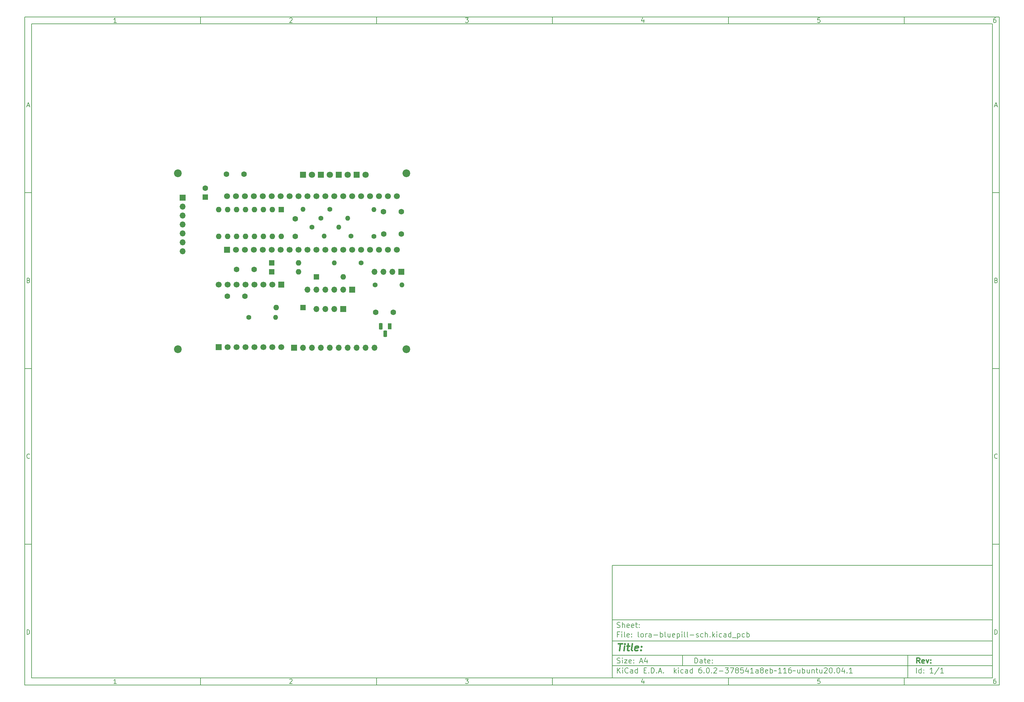
<source format=gbr>
%TF.GenerationSoftware,KiCad,Pcbnew,6.0.2-378541a8eb~116~ubuntu20.04.1*%
%TF.CreationDate,2022-11-16T14:33:25-03:00*%
%TF.ProjectId,lora-bluepill-sch,6c6f7261-2d62-46c7-9565-70696c6c2d73,rev?*%
%TF.SameCoordinates,Original*%
%TF.FileFunction,Soldermask,Top*%
%TF.FilePolarity,Negative*%
%FSLAX46Y46*%
G04 Gerber Fmt 4.6, Leading zero omitted, Abs format (unit mm)*
G04 Created by KiCad (PCBNEW 6.0.2-378541a8eb~116~ubuntu20.04.1) date 2022-11-16 14:33:25*
%MOMM*%
%LPD*%
G01*
G04 APERTURE LIST*
G04 Aperture macros list*
%AMRoundRect*
0 Rectangle with rounded corners*
0 $1 Rounding radius*
0 $2 $3 $4 $5 $6 $7 $8 $9 X,Y pos of 4 corners*
0 Add a 4 corners polygon primitive as box body*
4,1,4,$2,$3,$4,$5,$6,$7,$8,$9,$2,$3,0*
0 Add four circle primitives for the rounded corners*
1,1,$1+$1,$2,$3*
1,1,$1+$1,$4,$5*
1,1,$1+$1,$6,$7*
1,1,$1+$1,$8,$9*
0 Add four rect primitives between the rounded corners*
20,1,$1+$1,$2,$3,$4,$5,0*
20,1,$1+$1,$4,$5,$6,$7,0*
20,1,$1+$1,$6,$7,$8,$9,0*
20,1,$1+$1,$8,$9,$2,$3,0*%
G04 Aperture macros list end*
%ADD10C,0.100000*%
%ADD11C,0.150000*%
%ADD12C,0.300000*%
%ADD13C,0.400000*%
%ADD14R,1.600000X1.600000*%
%ADD15O,1.600000X1.600000*%
%ADD16R,1.700000X1.700000*%
%ADD17O,1.700000X1.700000*%
%ADD18C,1.600000*%
%ADD19C,1.400000*%
%ADD20O,1.400000X1.400000*%
%ADD21C,1.700000*%
%ADD22C,2.200000*%
%ADD23C,1.800000*%
%ADD24R,1.800000X1.800000*%
%ADD25R,1.100000X1.800000*%
%ADD26RoundRect,0.275000X0.275000X0.625000X-0.275000X0.625000X-0.275000X-0.625000X0.275000X-0.625000X0*%
G04 APERTURE END LIST*
D10*
D11*
X177002200Y-166007200D02*
X177002200Y-198007200D01*
X285002200Y-198007200D01*
X285002200Y-166007200D01*
X177002200Y-166007200D01*
D10*
D11*
X10000000Y-10000000D02*
X10000000Y-200007200D01*
X287002200Y-200007200D01*
X287002200Y-10000000D01*
X10000000Y-10000000D01*
D10*
D11*
X12000000Y-12000000D02*
X12000000Y-198007200D01*
X285002200Y-198007200D01*
X285002200Y-12000000D01*
X12000000Y-12000000D01*
D10*
D11*
X60000000Y-12000000D02*
X60000000Y-10000000D01*
D10*
D11*
X110000000Y-12000000D02*
X110000000Y-10000000D01*
D10*
D11*
X160000000Y-12000000D02*
X160000000Y-10000000D01*
D10*
D11*
X210000000Y-12000000D02*
X210000000Y-10000000D01*
D10*
D11*
X260000000Y-12000000D02*
X260000000Y-10000000D01*
D10*
D11*
X36065476Y-11588095D02*
X35322619Y-11588095D01*
X35694047Y-11588095D02*
X35694047Y-10288095D01*
X35570238Y-10473809D01*
X35446428Y-10597619D01*
X35322619Y-10659523D01*
D10*
D11*
X85322619Y-10411904D02*
X85384523Y-10350000D01*
X85508333Y-10288095D01*
X85817857Y-10288095D01*
X85941666Y-10350000D01*
X86003571Y-10411904D01*
X86065476Y-10535714D01*
X86065476Y-10659523D01*
X86003571Y-10845238D01*
X85260714Y-11588095D01*
X86065476Y-11588095D01*
D10*
D11*
X135260714Y-10288095D02*
X136065476Y-10288095D01*
X135632142Y-10783333D01*
X135817857Y-10783333D01*
X135941666Y-10845238D01*
X136003571Y-10907142D01*
X136065476Y-11030952D01*
X136065476Y-11340476D01*
X136003571Y-11464285D01*
X135941666Y-11526190D01*
X135817857Y-11588095D01*
X135446428Y-11588095D01*
X135322619Y-11526190D01*
X135260714Y-11464285D01*
D10*
D11*
X185941666Y-10721428D02*
X185941666Y-11588095D01*
X185632142Y-10226190D02*
X185322619Y-11154761D01*
X186127380Y-11154761D01*
D10*
D11*
X236003571Y-10288095D02*
X235384523Y-10288095D01*
X235322619Y-10907142D01*
X235384523Y-10845238D01*
X235508333Y-10783333D01*
X235817857Y-10783333D01*
X235941666Y-10845238D01*
X236003571Y-10907142D01*
X236065476Y-11030952D01*
X236065476Y-11340476D01*
X236003571Y-11464285D01*
X235941666Y-11526190D01*
X235817857Y-11588095D01*
X235508333Y-11588095D01*
X235384523Y-11526190D01*
X235322619Y-11464285D01*
D10*
D11*
X285941666Y-10288095D02*
X285694047Y-10288095D01*
X285570238Y-10350000D01*
X285508333Y-10411904D01*
X285384523Y-10597619D01*
X285322619Y-10845238D01*
X285322619Y-11340476D01*
X285384523Y-11464285D01*
X285446428Y-11526190D01*
X285570238Y-11588095D01*
X285817857Y-11588095D01*
X285941666Y-11526190D01*
X286003571Y-11464285D01*
X286065476Y-11340476D01*
X286065476Y-11030952D01*
X286003571Y-10907142D01*
X285941666Y-10845238D01*
X285817857Y-10783333D01*
X285570238Y-10783333D01*
X285446428Y-10845238D01*
X285384523Y-10907142D01*
X285322619Y-11030952D01*
D10*
D11*
X60000000Y-198007200D02*
X60000000Y-200007200D01*
D10*
D11*
X110000000Y-198007200D02*
X110000000Y-200007200D01*
D10*
D11*
X160000000Y-198007200D02*
X160000000Y-200007200D01*
D10*
D11*
X210000000Y-198007200D02*
X210000000Y-200007200D01*
D10*
D11*
X260000000Y-198007200D02*
X260000000Y-200007200D01*
D10*
D11*
X36065476Y-199595295D02*
X35322619Y-199595295D01*
X35694047Y-199595295D02*
X35694047Y-198295295D01*
X35570238Y-198481009D01*
X35446428Y-198604819D01*
X35322619Y-198666723D01*
D10*
D11*
X85322619Y-198419104D02*
X85384523Y-198357200D01*
X85508333Y-198295295D01*
X85817857Y-198295295D01*
X85941666Y-198357200D01*
X86003571Y-198419104D01*
X86065476Y-198542914D01*
X86065476Y-198666723D01*
X86003571Y-198852438D01*
X85260714Y-199595295D01*
X86065476Y-199595295D01*
D10*
D11*
X135260714Y-198295295D02*
X136065476Y-198295295D01*
X135632142Y-198790533D01*
X135817857Y-198790533D01*
X135941666Y-198852438D01*
X136003571Y-198914342D01*
X136065476Y-199038152D01*
X136065476Y-199347676D01*
X136003571Y-199471485D01*
X135941666Y-199533390D01*
X135817857Y-199595295D01*
X135446428Y-199595295D01*
X135322619Y-199533390D01*
X135260714Y-199471485D01*
D10*
D11*
X185941666Y-198728628D02*
X185941666Y-199595295D01*
X185632142Y-198233390D02*
X185322619Y-199161961D01*
X186127380Y-199161961D01*
D10*
D11*
X236003571Y-198295295D02*
X235384523Y-198295295D01*
X235322619Y-198914342D01*
X235384523Y-198852438D01*
X235508333Y-198790533D01*
X235817857Y-198790533D01*
X235941666Y-198852438D01*
X236003571Y-198914342D01*
X236065476Y-199038152D01*
X236065476Y-199347676D01*
X236003571Y-199471485D01*
X235941666Y-199533390D01*
X235817857Y-199595295D01*
X235508333Y-199595295D01*
X235384523Y-199533390D01*
X235322619Y-199471485D01*
D10*
D11*
X285941666Y-198295295D02*
X285694047Y-198295295D01*
X285570238Y-198357200D01*
X285508333Y-198419104D01*
X285384523Y-198604819D01*
X285322619Y-198852438D01*
X285322619Y-199347676D01*
X285384523Y-199471485D01*
X285446428Y-199533390D01*
X285570238Y-199595295D01*
X285817857Y-199595295D01*
X285941666Y-199533390D01*
X286003571Y-199471485D01*
X286065476Y-199347676D01*
X286065476Y-199038152D01*
X286003571Y-198914342D01*
X285941666Y-198852438D01*
X285817857Y-198790533D01*
X285570238Y-198790533D01*
X285446428Y-198852438D01*
X285384523Y-198914342D01*
X285322619Y-199038152D01*
D10*
D11*
X10000000Y-60000000D02*
X12000000Y-60000000D01*
D10*
D11*
X10000000Y-110000000D02*
X12000000Y-110000000D01*
D10*
D11*
X10000000Y-160000000D02*
X12000000Y-160000000D01*
D10*
D11*
X10690476Y-35216666D02*
X11309523Y-35216666D01*
X10566666Y-35588095D02*
X11000000Y-34288095D01*
X11433333Y-35588095D01*
D10*
D11*
X11092857Y-84907142D02*
X11278571Y-84969047D01*
X11340476Y-85030952D01*
X11402380Y-85154761D01*
X11402380Y-85340476D01*
X11340476Y-85464285D01*
X11278571Y-85526190D01*
X11154761Y-85588095D01*
X10659523Y-85588095D01*
X10659523Y-84288095D01*
X11092857Y-84288095D01*
X11216666Y-84350000D01*
X11278571Y-84411904D01*
X11340476Y-84535714D01*
X11340476Y-84659523D01*
X11278571Y-84783333D01*
X11216666Y-84845238D01*
X11092857Y-84907142D01*
X10659523Y-84907142D01*
D10*
D11*
X11402380Y-135464285D02*
X11340476Y-135526190D01*
X11154761Y-135588095D01*
X11030952Y-135588095D01*
X10845238Y-135526190D01*
X10721428Y-135402380D01*
X10659523Y-135278571D01*
X10597619Y-135030952D01*
X10597619Y-134845238D01*
X10659523Y-134597619D01*
X10721428Y-134473809D01*
X10845238Y-134350000D01*
X11030952Y-134288095D01*
X11154761Y-134288095D01*
X11340476Y-134350000D01*
X11402380Y-134411904D01*
D10*
D11*
X10659523Y-185588095D02*
X10659523Y-184288095D01*
X10969047Y-184288095D01*
X11154761Y-184350000D01*
X11278571Y-184473809D01*
X11340476Y-184597619D01*
X11402380Y-184845238D01*
X11402380Y-185030952D01*
X11340476Y-185278571D01*
X11278571Y-185402380D01*
X11154761Y-185526190D01*
X10969047Y-185588095D01*
X10659523Y-185588095D01*
D10*
D11*
X287002200Y-60000000D02*
X285002200Y-60000000D01*
D10*
D11*
X287002200Y-110000000D02*
X285002200Y-110000000D01*
D10*
D11*
X287002200Y-160000000D02*
X285002200Y-160000000D01*
D10*
D11*
X285692676Y-35216666D02*
X286311723Y-35216666D01*
X285568866Y-35588095D02*
X286002200Y-34288095D01*
X286435533Y-35588095D01*
D10*
D11*
X286095057Y-84907142D02*
X286280771Y-84969047D01*
X286342676Y-85030952D01*
X286404580Y-85154761D01*
X286404580Y-85340476D01*
X286342676Y-85464285D01*
X286280771Y-85526190D01*
X286156961Y-85588095D01*
X285661723Y-85588095D01*
X285661723Y-84288095D01*
X286095057Y-84288095D01*
X286218866Y-84350000D01*
X286280771Y-84411904D01*
X286342676Y-84535714D01*
X286342676Y-84659523D01*
X286280771Y-84783333D01*
X286218866Y-84845238D01*
X286095057Y-84907142D01*
X285661723Y-84907142D01*
D10*
D11*
X286404580Y-135464285D02*
X286342676Y-135526190D01*
X286156961Y-135588095D01*
X286033152Y-135588095D01*
X285847438Y-135526190D01*
X285723628Y-135402380D01*
X285661723Y-135278571D01*
X285599819Y-135030952D01*
X285599819Y-134845238D01*
X285661723Y-134597619D01*
X285723628Y-134473809D01*
X285847438Y-134350000D01*
X286033152Y-134288095D01*
X286156961Y-134288095D01*
X286342676Y-134350000D01*
X286404580Y-134411904D01*
D10*
D11*
X285661723Y-185588095D02*
X285661723Y-184288095D01*
X285971247Y-184288095D01*
X286156961Y-184350000D01*
X286280771Y-184473809D01*
X286342676Y-184597619D01*
X286404580Y-184845238D01*
X286404580Y-185030952D01*
X286342676Y-185278571D01*
X286280771Y-185402380D01*
X286156961Y-185526190D01*
X285971247Y-185588095D01*
X285661723Y-185588095D01*
D10*
D11*
X200434342Y-193785771D02*
X200434342Y-192285771D01*
X200791485Y-192285771D01*
X201005771Y-192357200D01*
X201148628Y-192500057D01*
X201220057Y-192642914D01*
X201291485Y-192928628D01*
X201291485Y-193142914D01*
X201220057Y-193428628D01*
X201148628Y-193571485D01*
X201005771Y-193714342D01*
X200791485Y-193785771D01*
X200434342Y-193785771D01*
X202577200Y-193785771D02*
X202577200Y-193000057D01*
X202505771Y-192857200D01*
X202362914Y-192785771D01*
X202077200Y-192785771D01*
X201934342Y-192857200D01*
X202577200Y-193714342D02*
X202434342Y-193785771D01*
X202077200Y-193785771D01*
X201934342Y-193714342D01*
X201862914Y-193571485D01*
X201862914Y-193428628D01*
X201934342Y-193285771D01*
X202077200Y-193214342D01*
X202434342Y-193214342D01*
X202577200Y-193142914D01*
X203077200Y-192785771D02*
X203648628Y-192785771D01*
X203291485Y-192285771D02*
X203291485Y-193571485D01*
X203362914Y-193714342D01*
X203505771Y-193785771D01*
X203648628Y-193785771D01*
X204720057Y-193714342D02*
X204577200Y-193785771D01*
X204291485Y-193785771D01*
X204148628Y-193714342D01*
X204077200Y-193571485D01*
X204077200Y-193000057D01*
X204148628Y-192857200D01*
X204291485Y-192785771D01*
X204577200Y-192785771D01*
X204720057Y-192857200D01*
X204791485Y-193000057D01*
X204791485Y-193142914D01*
X204077200Y-193285771D01*
X205434342Y-193642914D02*
X205505771Y-193714342D01*
X205434342Y-193785771D01*
X205362914Y-193714342D01*
X205434342Y-193642914D01*
X205434342Y-193785771D01*
X205434342Y-192857200D02*
X205505771Y-192928628D01*
X205434342Y-193000057D01*
X205362914Y-192928628D01*
X205434342Y-192857200D01*
X205434342Y-193000057D01*
D10*
D11*
X177002200Y-194507200D02*
X285002200Y-194507200D01*
D10*
D11*
X178434342Y-196585771D02*
X178434342Y-195085771D01*
X179291485Y-196585771D02*
X178648628Y-195728628D01*
X179291485Y-195085771D02*
X178434342Y-195942914D01*
X179934342Y-196585771D02*
X179934342Y-195585771D01*
X179934342Y-195085771D02*
X179862914Y-195157200D01*
X179934342Y-195228628D01*
X180005771Y-195157200D01*
X179934342Y-195085771D01*
X179934342Y-195228628D01*
X181505771Y-196442914D02*
X181434342Y-196514342D01*
X181220057Y-196585771D01*
X181077200Y-196585771D01*
X180862914Y-196514342D01*
X180720057Y-196371485D01*
X180648628Y-196228628D01*
X180577200Y-195942914D01*
X180577200Y-195728628D01*
X180648628Y-195442914D01*
X180720057Y-195300057D01*
X180862914Y-195157200D01*
X181077200Y-195085771D01*
X181220057Y-195085771D01*
X181434342Y-195157200D01*
X181505771Y-195228628D01*
X182791485Y-196585771D02*
X182791485Y-195800057D01*
X182720057Y-195657200D01*
X182577200Y-195585771D01*
X182291485Y-195585771D01*
X182148628Y-195657200D01*
X182791485Y-196514342D02*
X182648628Y-196585771D01*
X182291485Y-196585771D01*
X182148628Y-196514342D01*
X182077200Y-196371485D01*
X182077200Y-196228628D01*
X182148628Y-196085771D01*
X182291485Y-196014342D01*
X182648628Y-196014342D01*
X182791485Y-195942914D01*
X184148628Y-196585771D02*
X184148628Y-195085771D01*
X184148628Y-196514342D02*
X184005771Y-196585771D01*
X183720057Y-196585771D01*
X183577200Y-196514342D01*
X183505771Y-196442914D01*
X183434342Y-196300057D01*
X183434342Y-195871485D01*
X183505771Y-195728628D01*
X183577200Y-195657200D01*
X183720057Y-195585771D01*
X184005771Y-195585771D01*
X184148628Y-195657200D01*
X186005771Y-195800057D02*
X186505771Y-195800057D01*
X186720057Y-196585771D02*
X186005771Y-196585771D01*
X186005771Y-195085771D01*
X186720057Y-195085771D01*
X187362914Y-196442914D02*
X187434342Y-196514342D01*
X187362914Y-196585771D01*
X187291485Y-196514342D01*
X187362914Y-196442914D01*
X187362914Y-196585771D01*
X188077200Y-196585771D02*
X188077200Y-195085771D01*
X188434342Y-195085771D01*
X188648628Y-195157200D01*
X188791485Y-195300057D01*
X188862914Y-195442914D01*
X188934342Y-195728628D01*
X188934342Y-195942914D01*
X188862914Y-196228628D01*
X188791485Y-196371485D01*
X188648628Y-196514342D01*
X188434342Y-196585771D01*
X188077200Y-196585771D01*
X189577200Y-196442914D02*
X189648628Y-196514342D01*
X189577200Y-196585771D01*
X189505771Y-196514342D01*
X189577200Y-196442914D01*
X189577200Y-196585771D01*
X190220057Y-196157200D02*
X190934342Y-196157200D01*
X190077200Y-196585771D02*
X190577200Y-195085771D01*
X191077200Y-196585771D01*
X191577200Y-196442914D02*
X191648628Y-196514342D01*
X191577200Y-196585771D01*
X191505771Y-196514342D01*
X191577200Y-196442914D01*
X191577200Y-196585771D01*
X194577200Y-196585771D02*
X194577200Y-195085771D01*
X194720057Y-196014342D02*
X195148628Y-196585771D01*
X195148628Y-195585771D02*
X194577200Y-196157200D01*
X195791485Y-196585771D02*
X195791485Y-195585771D01*
X195791485Y-195085771D02*
X195720057Y-195157200D01*
X195791485Y-195228628D01*
X195862914Y-195157200D01*
X195791485Y-195085771D01*
X195791485Y-195228628D01*
X197148628Y-196514342D02*
X197005771Y-196585771D01*
X196720057Y-196585771D01*
X196577200Y-196514342D01*
X196505771Y-196442914D01*
X196434342Y-196300057D01*
X196434342Y-195871485D01*
X196505771Y-195728628D01*
X196577200Y-195657200D01*
X196720057Y-195585771D01*
X197005771Y-195585771D01*
X197148628Y-195657200D01*
X198434342Y-196585771D02*
X198434342Y-195800057D01*
X198362914Y-195657200D01*
X198220057Y-195585771D01*
X197934342Y-195585771D01*
X197791485Y-195657200D01*
X198434342Y-196514342D02*
X198291485Y-196585771D01*
X197934342Y-196585771D01*
X197791485Y-196514342D01*
X197720057Y-196371485D01*
X197720057Y-196228628D01*
X197791485Y-196085771D01*
X197934342Y-196014342D01*
X198291485Y-196014342D01*
X198434342Y-195942914D01*
X199791485Y-196585771D02*
X199791485Y-195085771D01*
X199791485Y-196514342D02*
X199648628Y-196585771D01*
X199362914Y-196585771D01*
X199220057Y-196514342D01*
X199148628Y-196442914D01*
X199077200Y-196300057D01*
X199077200Y-195871485D01*
X199148628Y-195728628D01*
X199220057Y-195657200D01*
X199362914Y-195585771D01*
X199648628Y-195585771D01*
X199791485Y-195657200D01*
X202291485Y-195085771D02*
X202005771Y-195085771D01*
X201862914Y-195157200D01*
X201791485Y-195228628D01*
X201648628Y-195442914D01*
X201577200Y-195728628D01*
X201577200Y-196300057D01*
X201648628Y-196442914D01*
X201720057Y-196514342D01*
X201862914Y-196585771D01*
X202148628Y-196585771D01*
X202291485Y-196514342D01*
X202362914Y-196442914D01*
X202434342Y-196300057D01*
X202434342Y-195942914D01*
X202362914Y-195800057D01*
X202291485Y-195728628D01*
X202148628Y-195657200D01*
X201862914Y-195657200D01*
X201720057Y-195728628D01*
X201648628Y-195800057D01*
X201577200Y-195942914D01*
X203077200Y-196442914D02*
X203148628Y-196514342D01*
X203077200Y-196585771D01*
X203005771Y-196514342D01*
X203077200Y-196442914D01*
X203077200Y-196585771D01*
X204077200Y-195085771D02*
X204220057Y-195085771D01*
X204362914Y-195157200D01*
X204434342Y-195228628D01*
X204505771Y-195371485D01*
X204577200Y-195657200D01*
X204577200Y-196014342D01*
X204505771Y-196300057D01*
X204434342Y-196442914D01*
X204362914Y-196514342D01*
X204220057Y-196585771D01*
X204077200Y-196585771D01*
X203934342Y-196514342D01*
X203862914Y-196442914D01*
X203791485Y-196300057D01*
X203720057Y-196014342D01*
X203720057Y-195657200D01*
X203791485Y-195371485D01*
X203862914Y-195228628D01*
X203934342Y-195157200D01*
X204077200Y-195085771D01*
X205220057Y-196442914D02*
X205291485Y-196514342D01*
X205220057Y-196585771D01*
X205148628Y-196514342D01*
X205220057Y-196442914D01*
X205220057Y-196585771D01*
X205862914Y-195228628D02*
X205934342Y-195157200D01*
X206077200Y-195085771D01*
X206434342Y-195085771D01*
X206577200Y-195157200D01*
X206648628Y-195228628D01*
X206720057Y-195371485D01*
X206720057Y-195514342D01*
X206648628Y-195728628D01*
X205791485Y-196585771D01*
X206720057Y-196585771D01*
X207362914Y-196014342D02*
X208505771Y-196014342D01*
X209077200Y-195085771D02*
X210005771Y-195085771D01*
X209505771Y-195657200D01*
X209720057Y-195657200D01*
X209862914Y-195728628D01*
X209934342Y-195800057D01*
X210005771Y-195942914D01*
X210005771Y-196300057D01*
X209934342Y-196442914D01*
X209862914Y-196514342D01*
X209720057Y-196585771D01*
X209291485Y-196585771D01*
X209148628Y-196514342D01*
X209077200Y-196442914D01*
X210505771Y-195085771D02*
X211505771Y-195085771D01*
X210862914Y-196585771D01*
X212291485Y-195728628D02*
X212148628Y-195657200D01*
X212077200Y-195585771D01*
X212005771Y-195442914D01*
X212005771Y-195371485D01*
X212077200Y-195228628D01*
X212148628Y-195157200D01*
X212291485Y-195085771D01*
X212577200Y-195085771D01*
X212720057Y-195157200D01*
X212791485Y-195228628D01*
X212862914Y-195371485D01*
X212862914Y-195442914D01*
X212791485Y-195585771D01*
X212720057Y-195657200D01*
X212577200Y-195728628D01*
X212291485Y-195728628D01*
X212148628Y-195800057D01*
X212077200Y-195871485D01*
X212005771Y-196014342D01*
X212005771Y-196300057D01*
X212077200Y-196442914D01*
X212148628Y-196514342D01*
X212291485Y-196585771D01*
X212577200Y-196585771D01*
X212720057Y-196514342D01*
X212791485Y-196442914D01*
X212862914Y-196300057D01*
X212862914Y-196014342D01*
X212791485Y-195871485D01*
X212720057Y-195800057D01*
X212577200Y-195728628D01*
X214220057Y-195085771D02*
X213505771Y-195085771D01*
X213434342Y-195800057D01*
X213505771Y-195728628D01*
X213648628Y-195657200D01*
X214005771Y-195657200D01*
X214148628Y-195728628D01*
X214220057Y-195800057D01*
X214291485Y-195942914D01*
X214291485Y-196300057D01*
X214220057Y-196442914D01*
X214148628Y-196514342D01*
X214005771Y-196585771D01*
X213648628Y-196585771D01*
X213505771Y-196514342D01*
X213434342Y-196442914D01*
X215577200Y-195585771D02*
X215577200Y-196585771D01*
X215220057Y-195014342D02*
X214862914Y-196085771D01*
X215791485Y-196085771D01*
X217148628Y-196585771D02*
X216291485Y-196585771D01*
X216720057Y-196585771D02*
X216720057Y-195085771D01*
X216577200Y-195300057D01*
X216434342Y-195442914D01*
X216291485Y-195514342D01*
X218434342Y-196585771D02*
X218434342Y-195800057D01*
X218362914Y-195657200D01*
X218220057Y-195585771D01*
X217934342Y-195585771D01*
X217791485Y-195657200D01*
X218434342Y-196514342D02*
X218291485Y-196585771D01*
X217934342Y-196585771D01*
X217791485Y-196514342D01*
X217720057Y-196371485D01*
X217720057Y-196228628D01*
X217791485Y-196085771D01*
X217934342Y-196014342D01*
X218291485Y-196014342D01*
X218434342Y-195942914D01*
X219362914Y-195728628D02*
X219220057Y-195657200D01*
X219148628Y-195585771D01*
X219077200Y-195442914D01*
X219077200Y-195371485D01*
X219148628Y-195228628D01*
X219220057Y-195157200D01*
X219362914Y-195085771D01*
X219648628Y-195085771D01*
X219791485Y-195157200D01*
X219862914Y-195228628D01*
X219934342Y-195371485D01*
X219934342Y-195442914D01*
X219862914Y-195585771D01*
X219791485Y-195657200D01*
X219648628Y-195728628D01*
X219362914Y-195728628D01*
X219220057Y-195800057D01*
X219148628Y-195871485D01*
X219077200Y-196014342D01*
X219077200Y-196300057D01*
X219148628Y-196442914D01*
X219220057Y-196514342D01*
X219362914Y-196585771D01*
X219648628Y-196585771D01*
X219791485Y-196514342D01*
X219862914Y-196442914D01*
X219934342Y-196300057D01*
X219934342Y-196014342D01*
X219862914Y-195871485D01*
X219791485Y-195800057D01*
X219648628Y-195728628D01*
X221148628Y-196514342D02*
X221005771Y-196585771D01*
X220720057Y-196585771D01*
X220577200Y-196514342D01*
X220505771Y-196371485D01*
X220505771Y-195800057D01*
X220577200Y-195657200D01*
X220720057Y-195585771D01*
X221005771Y-195585771D01*
X221148628Y-195657200D01*
X221220057Y-195800057D01*
X221220057Y-195942914D01*
X220505771Y-196085771D01*
X221862914Y-196585771D02*
X221862914Y-195085771D01*
X221862914Y-195657200D02*
X222005771Y-195585771D01*
X222291485Y-195585771D01*
X222434342Y-195657200D01*
X222505771Y-195728628D01*
X222577200Y-195871485D01*
X222577200Y-196300057D01*
X222505771Y-196442914D01*
X222434342Y-196514342D01*
X222291485Y-196585771D01*
X222005771Y-196585771D01*
X221862914Y-196514342D01*
X223005771Y-196014342D02*
X223077200Y-195942914D01*
X223220057Y-195871485D01*
X223505771Y-196014342D01*
X223648628Y-195942914D01*
X223720057Y-195871485D01*
X225077200Y-196585771D02*
X224220057Y-196585771D01*
X224648628Y-196585771D02*
X224648628Y-195085771D01*
X224505771Y-195300057D01*
X224362914Y-195442914D01*
X224220057Y-195514342D01*
X226505771Y-196585771D02*
X225648628Y-196585771D01*
X226077200Y-196585771D02*
X226077200Y-195085771D01*
X225934342Y-195300057D01*
X225791485Y-195442914D01*
X225648628Y-195514342D01*
X227791485Y-195085771D02*
X227505771Y-195085771D01*
X227362914Y-195157200D01*
X227291485Y-195228628D01*
X227148628Y-195442914D01*
X227077199Y-195728628D01*
X227077199Y-196300057D01*
X227148628Y-196442914D01*
X227220057Y-196514342D01*
X227362914Y-196585771D01*
X227648628Y-196585771D01*
X227791485Y-196514342D01*
X227862914Y-196442914D01*
X227934342Y-196300057D01*
X227934342Y-195942914D01*
X227862914Y-195800057D01*
X227791485Y-195728628D01*
X227648628Y-195657200D01*
X227362914Y-195657200D01*
X227220057Y-195728628D01*
X227148628Y-195800057D01*
X227077199Y-195942914D01*
X228362914Y-196014342D02*
X228434342Y-195942914D01*
X228577199Y-195871485D01*
X228862914Y-196014342D01*
X229005771Y-195942914D01*
X229077199Y-195871485D01*
X230291485Y-195585771D02*
X230291485Y-196585771D01*
X229648628Y-195585771D02*
X229648628Y-196371485D01*
X229720057Y-196514342D01*
X229862914Y-196585771D01*
X230077199Y-196585771D01*
X230220057Y-196514342D01*
X230291485Y-196442914D01*
X231005771Y-196585771D02*
X231005771Y-195085771D01*
X231005771Y-195657200D02*
X231148628Y-195585771D01*
X231434342Y-195585771D01*
X231577199Y-195657200D01*
X231648628Y-195728628D01*
X231720057Y-195871485D01*
X231720057Y-196300057D01*
X231648628Y-196442914D01*
X231577199Y-196514342D01*
X231434342Y-196585771D01*
X231148628Y-196585771D01*
X231005771Y-196514342D01*
X233005771Y-195585771D02*
X233005771Y-196585771D01*
X232362914Y-195585771D02*
X232362914Y-196371485D01*
X232434342Y-196514342D01*
X232577200Y-196585771D01*
X232791485Y-196585771D01*
X232934342Y-196514342D01*
X233005771Y-196442914D01*
X233720057Y-195585771D02*
X233720057Y-196585771D01*
X233720057Y-195728628D02*
X233791485Y-195657200D01*
X233934342Y-195585771D01*
X234148628Y-195585771D01*
X234291485Y-195657200D01*
X234362914Y-195800057D01*
X234362914Y-196585771D01*
X234862914Y-195585771D02*
X235434342Y-195585771D01*
X235077200Y-195085771D02*
X235077200Y-196371485D01*
X235148628Y-196514342D01*
X235291485Y-196585771D01*
X235434342Y-196585771D01*
X236577200Y-195585771D02*
X236577200Y-196585771D01*
X235934342Y-195585771D02*
X235934342Y-196371485D01*
X236005771Y-196514342D01*
X236148628Y-196585771D01*
X236362914Y-196585771D01*
X236505771Y-196514342D01*
X236577200Y-196442914D01*
X237220057Y-195228628D02*
X237291485Y-195157200D01*
X237434342Y-195085771D01*
X237791485Y-195085771D01*
X237934342Y-195157200D01*
X238005771Y-195228628D01*
X238077200Y-195371485D01*
X238077200Y-195514342D01*
X238005771Y-195728628D01*
X237148628Y-196585771D01*
X238077200Y-196585771D01*
X239005771Y-195085771D02*
X239148628Y-195085771D01*
X239291485Y-195157200D01*
X239362914Y-195228628D01*
X239434342Y-195371485D01*
X239505771Y-195657200D01*
X239505771Y-196014342D01*
X239434342Y-196300057D01*
X239362914Y-196442914D01*
X239291485Y-196514342D01*
X239148628Y-196585771D01*
X239005771Y-196585771D01*
X238862914Y-196514342D01*
X238791485Y-196442914D01*
X238720057Y-196300057D01*
X238648628Y-196014342D01*
X238648628Y-195657200D01*
X238720057Y-195371485D01*
X238791485Y-195228628D01*
X238862914Y-195157200D01*
X239005771Y-195085771D01*
X240148628Y-196442914D02*
X240220057Y-196514342D01*
X240148628Y-196585771D01*
X240077199Y-196514342D01*
X240148628Y-196442914D01*
X240148628Y-196585771D01*
X241148628Y-195085771D02*
X241291485Y-195085771D01*
X241434342Y-195157200D01*
X241505771Y-195228628D01*
X241577200Y-195371485D01*
X241648628Y-195657200D01*
X241648628Y-196014342D01*
X241577200Y-196300057D01*
X241505771Y-196442914D01*
X241434342Y-196514342D01*
X241291485Y-196585771D01*
X241148628Y-196585771D01*
X241005771Y-196514342D01*
X240934342Y-196442914D01*
X240862914Y-196300057D01*
X240791485Y-196014342D01*
X240791485Y-195657200D01*
X240862914Y-195371485D01*
X240934342Y-195228628D01*
X241005771Y-195157200D01*
X241148628Y-195085771D01*
X242934342Y-195585771D02*
X242934342Y-196585771D01*
X242577199Y-195014342D02*
X242220057Y-196085771D01*
X243148628Y-196085771D01*
X243720057Y-196442914D02*
X243791485Y-196514342D01*
X243720057Y-196585771D01*
X243648628Y-196514342D01*
X243720057Y-196442914D01*
X243720057Y-196585771D01*
X245220057Y-196585771D02*
X244362914Y-196585771D01*
X244791485Y-196585771D02*
X244791485Y-195085771D01*
X244648628Y-195300057D01*
X244505771Y-195442914D01*
X244362914Y-195514342D01*
D10*
D11*
X177002200Y-191507200D02*
X285002200Y-191507200D01*
D10*
D12*
X264411485Y-193785771D02*
X263911485Y-193071485D01*
X263554342Y-193785771D02*
X263554342Y-192285771D01*
X264125771Y-192285771D01*
X264268628Y-192357200D01*
X264340057Y-192428628D01*
X264411485Y-192571485D01*
X264411485Y-192785771D01*
X264340057Y-192928628D01*
X264268628Y-193000057D01*
X264125771Y-193071485D01*
X263554342Y-193071485D01*
X265625771Y-193714342D02*
X265482914Y-193785771D01*
X265197200Y-193785771D01*
X265054342Y-193714342D01*
X264982914Y-193571485D01*
X264982914Y-193000057D01*
X265054342Y-192857200D01*
X265197200Y-192785771D01*
X265482914Y-192785771D01*
X265625771Y-192857200D01*
X265697200Y-193000057D01*
X265697200Y-193142914D01*
X264982914Y-193285771D01*
X266197200Y-192785771D02*
X266554342Y-193785771D01*
X266911485Y-192785771D01*
X267482914Y-193642914D02*
X267554342Y-193714342D01*
X267482914Y-193785771D01*
X267411485Y-193714342D01*
X267482914Y-193642914D01*
X267482914Y-193785771D01*
X267482914Y-192857200D02*
X267554342Y-192928628D01*
X267482914Y-193000057D01*
X267411485Y-192928628D01*
X267482914Y-192857200D01*
X267482914Y-193000057D01*
D10*
D11*
X178362914Y-193714342D02*
X178577200Y-193785771D01*
X178934342Y-193785771D01*
X179077200Y-193714342D01*
X179148628Y-193642914D01*
X179220057Y-193500057D01*
X179220057Y-193357200D01*
X179148628Y-193214342D01*
X179077200Y-193142914D01*
X178934342Y-193071485D01*
X178648628Y-193000057D01*
X178505771Y-192928628D01*
X178434342Y-192857200D01*
X178362914Y-192714342D01*
X178362914Y-192571485D01*
X178434342Y-192428628D01*
X178505771Y-192357200D01*
X178648628Y-192285771D01*
X179005771Y-192285771D01*
X179220057Y-192357200D01*
X179862914Y-193785771D02*
X179862914Y-192785771D01*
X179862914Y-192285771D02*
X179791485Y-192357200D01*
X179862914Y-192428628D01*
X179934342Y-192357200D01*
X179862914Y-192285771D01*
X179862914Y-192428628D01*
X180434342Y-192785771D02*
X181220057Y-192785771D01*
X180434342Y-193785771D01*
X181220057Y-193785771D01*
X182362914Y-193714342D02*
X182220057Y-193785771D01*
X181934342Y-193785771D01*
X181791485Y-193714342D01*
X181720057Y-193571485D01*
X181720057Y-193000057D01*
X181791485Y-192857200D01*
X181934342Y-192785771D01*
X182220057Y-192785771D01*
X182362914Y-192857200D01*
X182434342Y-193000057D01*
X182434342Y-193142914D01*
X181720057Y-193285771D01*
X183077200Y-193642914D02*
X183148628Y-193714342D01*
X183077200Y-193785771D01*
X183005771Y-193714342D01*
X183077200Y-193642914D01*
X183077200Y-193785771D01*
X183077200Y-192857200D02*
X183148628Y-192928628D01*
X183077200Y-193000057D01*
X183005771Y-192928628D01*
X183077200Y-192857200D01*
X183077200Y-193000057D01*
X184862914Y-193357200D02*
X185577200Y-193357200D01*
X184720057Y-193785771D02*
X185220057Y-192285771D01*
X185720057Y-193785771D01*
X186862914Y-192785771D02*
X186862914Y-193785771D01*
X186505771Y-192214342D02*
X186148628Y-193285771D01*
X187077200Y-193285771D01*
D10*
D11*
X263434342Y-196585771D02*
X263434342Y-195085771D01*
X264791485Y-196585771D02*
X264791485Y-195085771D01*
X264791485Y-196514342D02*
X264648628Y-196585771D01*
X264362914Y-196585771D01*
X264220057Y-196514342D01*
X264148628Y-196442914D01*
X264077200Y-196300057D01*
X264077200Y-195871485D01*
X264148628Y-195728628D01*
X264220057Y-195657200D01*
X264362914Y-195585771D01*
X264648628Y-195585771D01*
X264791485Y-195657200D01*
X265505771Y-196442914D02*
X265577200Y-196514342D01*
X265505771Y-196585771D01*
X265434342Y-196514342D01*
X265505771Y-196442914D01*
X265505771Y-196585771D01*
X265505771Y-195657200D02*
X265577200Y-195728628D01*
X265505771Y-195800057D01*
X265434342Y-195728628D01*
X265505771Y-195657200D01*
X265505771Y-195800057D01*
X268148628Y-196585771D02*
X267291485Y-196585771D01*
X267720057Y-196585771D02*
X267720057Y-195085771D01*
X267577200Y-195300057D01*
X267434342Y-195442914D01*
X267291485Y-195514342D01*
X269862914Y-195014342D02*
X268577200Y-196942914D01*
X271148628Y-196585771D02*
X270291485Y-196585771D01*
X270720057Y-196585771D02*
X270720057Y-195085771D01*
X270577200Y-195300057D01*
X270434342Y-195442914D01*
X270291485Y-195514342D01*
D10*
D11*
X177002200Y-187507200D02*
X285002200Y-187507200D01*
D10*
D13*
X178714580Y-188211961D02*
X179857438Y-188211961D01*
X179036009Y-190211961D02*
X179286009Y-188211961D01*
X180274104Y-190211961D02*
X180440771Y-188878628D01*
X180524104Y-188211961D02*
X180416961Y-188307200D01*
X180500295Y-188402438D01*
X180607438Y-188307200D01*
X180524104Y-188211961D01*
X180500295Y-188402438D01*
X181107438Y-188878628D02*
X181869342Y-188878628D01*
X181476485Y-188211961D02*
X181262200Y-189926247D01*
X181333628Y-190116723D01*
X181512200Y-190211961D01*
X181702676Y-190211961D01*
X182655057Y-190211961D02*
X182476485Y-190116723D01*
X182405057Y-189926247D01*
X182619342Y-188211961D01*
X184190771Y-190116723D02*
X183988390Y-190211961D01*
X183607438Y-190211961D01*
X183428866Y-190116723D01*
X183357438Y-189926247D01*
X183452676Y-189164342D01*
X183571723Y-188973866D01*
X183774104Y-188878628D01*
X184155057Y-188878628D01*
X184333628Y-188973866D01*
X184405057Y-189164342D01*
X184381247Y-189354819D01*
X183405057Y-189545295D01*
X185155057Y-190021485D02*
X185238390Y-190116723D01*
X185131247Y-190211961D01*
X185047914Y-190116723D01*
X185155057Y-190021485D01*
X185131247Y-190211961D01*
X185286009Y-188973866D02*
X185369342Y-189069104D01*
X185262200Y-189164342D01*
X185178866Y-189069104D01*
X185286009Y-188973866D01*
X185262200Y-189164342D01*
D10*
D11*
X178934342Y-185600057D02*
X178434342Y-185600057D01*
X178434342Y-186385771D02*
X178434342Y-184885771D01*
X179148628Y-184885771D01*
X179720057Y-186385771D02*
X179720057Y-185385771D01*
X179720057Y-184885771D02*
X179648628Y-184957200D01*
X179720057Y-185028628D01*
X179791485Y-184957200D01*
X179720057Y-184885771D01*
X179720057Y-185028628D01*
X180648628Y-186385771D02*
X180505771Y-186314342D01*
X180434342Y-186171485D01*
X180434342Y-184885771D01*
X181791485Y-186314342D02*
X181648628Y-186385771D01*
X181362914Y-186385771D01*
X181220057Y-186314342D01*
X181148628Y-186171485D01*
X181148628Y-185600057D01*
X181220057Y-185457200D01*
X181362914Y-185385771D01*
X181648628Y-185385771D01*
X181791485Y-185457200D01*
X181862914Y-185600057D01*
X181862914Y-185742914D01*
X181148628Y-185885771D01*
X182505771Y-186242914D02*
X182577200Y-186314342D01*
X182505771Y-186385771D01*
X182434342Y-186314342D01*
X182505771Y-186242914D01*
X182505771Y-186385771D01*
X182505771Y-185457200D02*
X182577200Y-185528628D01*
X182505771Y-185600057D01*
X182434342Y-185528628D01*
X182505771Y-185457200D01*
X182505771Y-185600057D01*
X184577200Y-186385771D02*
X184434342Y-186314342D01*
X184362914Y-186171485D01*
X184362914Y-184885771D01*
X185362914Y-186385771D02*
X185220057Y-186314342D01*
X185148628Y-186242914D01*
X185077200Y-186100057D01*
X185077200Y-185671485D01*
X185148628Y-185528628D01*
X185220057Y-185457200D01*
X185362914Y-185385771D01*
X185577200Y-185385771D01*
X185720057Y-185457200D01*
X185791485Y-185528628D01*
X185862914Y-185671485D01*
X185862914Y-186100057D01*
X185791485Y-186242914D01*
X185720057Y-186314342D01*
X185577200Y-186385771D01*
X185362914Y-186385771D01*
X186505771Y-186385771D02*
X186505771Y-185385771D01*
X186505771Y-185671485D02*
X186577200Y-185528628D01*
X186648628Y-185457200D01*
X186791485Y-185385771D01*
X186934342Y-185385771D01*
X188077200Y-186385771D02*
X188077200Y-185600057D01*
X188005771Y-185457200D01*
X187862914Y-185385771D01*
X187577200Y-185385771D01*
X187434342Y-185457200D01*
X188077200Y-186314342D02*
X187934342Y-186385771D01*
X187577200Y-186385771D01*
X187434342Y-186314342D01*
X187362914Y-186171485D01*
X187362914Y-186028628D01*
X187434342Y-185885771D01*
X187577200Y-185814342D01*
X187934342Y-185814342D01*
X188077200Y-185742914D01*
X188791485Y-185814342D02*
X189934342Y-185814342D01*
X190648628Y-186385771D02*
X190648628Y-184885771D01*
X190648628Y-185457200D02*
X190791485Y-185385771D01*
X191077200Y-185385771D01*
X191220057Y-185457200D01*
X191291485Y-185528628D01*
X191362914Y-185671485D01*
X191362914Y-186100057D01*
X191291485Y-186242914D01*
X191220057Y-186314342D01*
X191077200Y-186385771D01*
X190791485Y-186385771D01*
X190648628Y-186314342D01*
X192220057Y-186385771D02*
X192077200Y-186314342D01*
X192005771Y-186171485D01*
X192005771Y-184885771D01*
X193434342Y-185385771D02*
X193434342Y-186385771D01*
X192791485Y-185385771D02*
X192791485Y-186171485D01*
X192862914Y-186314342D01*
X193005771Y-186385771D01*
X193220057Y-186385771D01*
X193362914Y-186314342D01*
X193434342Y-186242914D01*
X194720057Y-186314342D02*
X194577200Y-186385771D01*
X194291485Y-186385771D01*
X194148628Y-186314342D01*
X194077200Y-186171485D01*
X194077200Y-185600057D01*
X194148628Y-185457200D01*
X194291485Y-185385771D01*
X194577200Y-185385771D01*
X194720057Y-185457200D01*
X194791485Y-185600057D01*
X194791485Y-185742914D01*
X194077200Y-185885771D01*
X195434342Y-185385771D02*
X195434342Y-186885771D01*
X195434342Y-185457200D02*
X195577200Y-185385771D01*
X195862914Y-185385771D01*
X196005771Y-185457200D01*
X196077200Y-185528628D01*
X196148628Y-185671485D01*
X196148628Y-186100057D01*
X196077200Y-186242914D01*
X196005771Y-186314342D01*
X195862914Y-186385771D01*
X195577200Y-186385771D01*
X195434342Y-186314342D01*
X196791485Y-186385771D02*
X196791485Y-185385771D01*
X196791485Y-184885771D02*
X196720057Y-184957200D01*
X196791485Y-185028628D01*
X196862914Y-184957200D01*
X196791485Y-184885771D01*
X196791485Y-185028628D01*
X197720057Y-186385771D02*
X197577200Y-186314342D01*
X197505771Y-186171485D01*
X197505771Y-184885771D01*
X198505771Y-186385771D02*
X198362914Y-186314342D01*
X198291485Y-186171485D01*
X198291485Y-184885771D01*
X199077200Y-185814342D02*
X200220057Y-185814342D01*
X200862914Y-186314342D02*
X201005771Y-186385771D01*
X201291485Y-186385771D01*
X201434342Y-186314342D01*
X201505771Y-186171485D01*
X201505771Y-186100057D01*
X201434342Y-185957200D01*
X201291485Y-185885771D01*
X201077200Y-185885771D01*
X200934342Y-185814342D01*
X200862914Y-185671485D01*
X200862914Y-185600057D01*
X200934342Y-185457200D01*
X201077200Y-185385771D01*
X201291485Y-185385771D01*
X201434342Y-185457200D01*
X202791485Y-186314342D02*
X202648628Y-186385771D01*
X202362914Y-186385771D01*
X202220057Y-186314342D01*
X202148628Y-186242914D01*
X202077200Y-186100057D01*
X202077200Y-185671485D01*
X202148628Y-185528628D01*
X202220057Y-185457200D01*
X202362914Y-185385771D01*
X202648628Y-185385771D01*
X202791485Y-185457200D01*
X203434342Y-186385771D02*
X203434342Y-184885771D01*
X204077200Y-186385771D02*
X204077200Y-185600057D01*
X204005771Y-185457200D01*
X203862914Y-185385771D01*
X203648628Y-185385771D01*
X203505771Y-185457200D01*
X203434342Y-185528628D01*
X204791485Y-186242914D02*
X204862914Y-186314342D01*
X204791485Y-186385771D01*
X204720057Y-186314342D01*
X204791485Y-186242914D01*
X204791485Y-186385771D01*
X205505771Y-186385771D02*
X205505771Y-184885771D01*
X205648628Y-185814342D02*
X206077200Y-186385771D01*
X206077200Y-185385771D02*
X205505771Y-185957200D01*
X206720057Y-186385771D02*
X206720057Y-185385771D01*
X206720057Y-184885771D02*
X206648628Y-184957200D01*
X206720057Y-185028628D01*
X206791485Y-184957200D01*
X206720057Y-184885771D01*
X206720057Y-185028628D01*
X208077200Y-186314342D02*
X207934342Y-186385771D01*
X207648628Y-186385771D01*
X207505771Y-186314342D01*
X207434342Y-186242914D01*
X207362914Y-186100057D01*
X207362914Y-185671485D01*
X207434342Y-185528628D01*
X207505771Y-185457200D01*
X207648628Y-185385771D01*
X207934342Y-185385771D01*
X208077200Y-185457200D01*
X209362914Y-186385771D02*
X209362914Y-185600057D01*
X209291485Y-185457200D01*
X209148628Y-185385771D01*
X208862914Y-185385771D01*
X208720057Y-185457200D01*
X209362914Y-186314342D02*
X209220057Y-186385771D01*
X208862914Y-186385771D01*
X208720057Y-186314342D01*
X208648628Y-186171485D01*
X208648628Y-186028628D01*
X208720057Y-185885771D01*
X208862914Y-185814342D01*
X209220057Y-185814342D01*
X209362914Y-185742914D01*
X210720057Y-186385771D02*
X210720057Y-184885771D01*
X210720057Y-186314342D02*
X210577200Y-186385771D01*
X210291485Y-186385771D01*
X210148628Y-186314342D01*
X210077200Y-186242914D01*
X210005771Y-186100057D01*
X210005771Y-185671485D01*
X210077200Y-185528628D01*
X210148628Y-185457200D01*
X210291485Y-185385771D01*
X210577200Y-185385771D01*
X210720057Y-185457200D01*
X211077200Y-186528628D02*
X212220057Y-186528628D01*
X212577200Y-185385771D02*
X212577200Y-186885771D01*
X212577200Y-185457200D02*
X212720057Y-185385771D01*
X213005771Y-185385771D01*
X213148628Y-185457200D01*
X213220057Y-185528628D01*
X213291485Y-185671485D01*
X213291485Y-186100057D01*
X213220057Y-186242914D01*
X213148628Y-186314342D01*
X213005771Y-186385771D01*
X212720057Y-186385771D01*
X212577200Y-186314342D01*
X214577200Y-186314342D02*
X214434342Y-186385771D01*
X214148628Y-186385771D01*
X214005771Y-186314342D01*
X213934342Y-186242914D01*
X213862914Y-186100057D01*
X213862914Y-185671485D01*
X213934342Y-185528628D01*
X214005771Y-185457200D01*
X214148628Y-185385771D01*
X214434342Y-185385771D01*
X214577200Y-185457200D01*
X215220057Y-186385771D02*
X215220057Y-184885771D01*
X215220057Y-185457200D02*
X215362914Y-185385771D01*
X215648628Y-185385771D01*
X215791485Y-185457200D01*
X215862914Y-185528628D01*
X215934342Y-185671485D01*
X215934342Y-186100057D01*
X215862914Y-186242914D01*
X215791485Y-186314342D01*
X215648628Y-186385771D01*
X215362914Y-186385771D01*
X215220057Y-186314342D01*
D10*
D11*
X177002200Y-181507200D02*
X285002200Y-181507200D01*
D10*
D11*
X178362914Y-183614342D02*
X178577200Y-183685771D01*
X178934342Y-183685771D01*
X179077200Y-183614342D01*
X179148628Y-183542914D01*
X179220057Y-183400057D01*
X179220057Y-183257200D01*
X179148628Y-183114342D01*
X179077200Y-183042914D01*
X178934342Y-182971485D01*
X178648628Y-182900057D01*
X178505771Y-182828628D01*
X178434342Y-182757200D01*
X178362914Y-182614342D01*
X178362914Y-182471485D01*
X178434342Y-182328628D01*
X178505771Y-182257200D01*
X178648628Y-182185771D01*
X179005771Y-182185771D01*
X179220057Y-182257200D01*
X179862914Y-183685771D02*
X179862914Y-182185771D01*
X180505771Y-183685771D02*
X180505771Y-182900057D01*
X180434342Y-182757200D01*
X180291485Y-182685771D01*
X180077200Y-182685771D01*
X179934342Y-182757200D01*
X179862914Y-182828628D01*
X181791485Y-183614342D02*
X181648628Y-183685771D01*
X181362914Y-183685771D01*
X181220057Y-183614342D01*
X181148628Y-183471485D01*
X181148628Y-182900057D01*
X181220057Y-182757200D01*
X181362914Y-182685771D01*
X181648628Y-182685771D01*
X181791485Y-182757200D01*
X181862914Y-182900057D01*
X181862914Y-183042914D01*
X181148628Y-183185771D01*
X183077200Y-183614342D02*
X182934342Y-183685771D01*
X182648628Y-183685771D01*
X182505771Y-183614342D01*
X182434342Y-183471485D01*
X182434342Y-182900057D01*
X182505771Y-182757200D01*
X182648628Y-182685771D01*
X182934342Y-182685771D01*
X183077200Y-182757200D01*
X183148628Y-182900057D01*
X183148628Y-183042914D01*
X182434342Y-183185771D01*
X183577200Y-182685771D02*
X184148628Y-182685771D01*
X183791485Y-182185771D02*
X183791485Y-183471485D01*
X183862914Y-183614342D01*
X184005771Y-183685771D01*
X184148628Y-183685771D01*
X184648628Y-183542914D02*
X184720057Y-183614342D01*
X184648628Y-183685771D01*
X184577200Y-183614342D01*
X184648628Y-183542914D01*
X184648628Y-183685771D01*
X184648628Y-182757200D02*
X184720057Y-182828628D01*
X184648628Y-182900057D01*
X184577200Y-182828628D01*
X184648628Y-182757200D01*
X184648628Y-182900057D01*
D10*
D12*
D10*
D11*
D10*
D11*
D10*
D11*
D10*
D11*
D10*
D11*
X197002200Y-191507200D02*
X197002200Y-194507200D01*
D10*
D11*
X261002200Y-191507200D02*
X261002200Y-198007200D01*
D14*
%TO.C,U5*%
X82895000Y-64815000D03*
D15*
X80355000Y-64815000D03*
X77815000Y-64815000D03*
X75275000Y-64815000D03*
X72735000Y-64815000D03*
X70195000Y-64815000D03*
X67655000Y-64815000D03*
X65115000Y-64815000D03*
X65115000Y-72435000D03*
X67655000Y-72435000D03*
X70195000Y-72435000D03*
X72735000Y-72435000D03*
X75275000Y-72435000D03*
X77815000Y-72435000D03*
X80355000Y-72435000D03*
X82895000Y-72435000D03*
%TD*%
D16*
%TO.C,J3*%
X54865000Y-61415000D03*
D17*
X54865000Y-63955000D03*
X54865000Y-66495000D03*
X54865000Y-69035000D03*
X54865000Y-71575000D03*
X54865000Y-74115000D03*
X54865000Y-76655000D03*
%TD*%
D14*
%TO.C,C9*%
X61320000Y-61215000D03*
D18*
X61320000Y-58715000D03*
%TD*%
%TO.C,C8*%
X86920000Y-72415000D03*
X86920000Y-67415000D03*
%TD*%
D16*
%TO.C,J1*%
X100520000Y-93040000D03*
D17*
X97980000Y-93040000D03*
X95440000Y-93040000D03*
X92900000Y-93040000D03*
%TD*%
D16*
%TO.C,J2*%
X117040000Y-82480000D03*
D17*
X114500000Y-82480000D03*
X111960000Y-82480000D03*
X109420000Y-82480000D03*
%TD*%
D19*
%TO.C,R3*%
X102700000Y-72295000D03*
D20*
X95080000Y-72295000D03*
%TD*%
D16*
%TO.C,U3*%
X103045000Y-87585000D03*
D17*
X100505000Y-87585000D03*
X97965000Y-87585000D03*
X95425000Y-87585000D03*
X92885000Y-87585000D03*
X90345000Y-87585000D03*
%TD*%
D18*
%TO.C,C6*%
X114720000Y-94015000D03*
X109720000Y-94015000D03*
%TD*%
D14*
%TO.C,D2*%
X80240000Y-82455000D03*
D15*
X87860000Y-82455000D03*
%TD*%
D16*
%TO.C,J4*%
X86560000Y-104115000D03*
D17*
X89100000Y-104115000D03*
X91640000Y-104115000D03*
X94180000Y-104115000D03*
X96720000Y-104115000D03*
X99260000Y-104115000D03*
X101800000Y-104115000D03*
X104340000Y-104115000D03*
X106880000Y-104115000D03*
X109420000Y-104115000D03*
%TD*%
D16*
%TO.C,U2*%
X67510000Y-76200000D03*
D21*
X70050000Y-76200000D03*
X72590000Y-76200000D03*
X75130000Y-76200000D03*
X77670000Y-76200000D03*
X80210000Y-76200000D03*
X82750000Y-76200000D03*
X85290000Y-76200000D03*
X87830000Y-76200000D03*
X90370000Y-76200000D03*
X92910000Y-76200000D03*
X95450000Y-76200000D03*
X97990000Y-76200000D03*
X100530000Y-76200000D03*
X103070000Y-76200000D03*
X105610000Y-76200000D03*
X108150000Y-76200000D03*
X110690000Y-76200000D03*
X113230000Y-76200000D03*
X115770000Y-76200000D03*
X115770000Y-60960000D03*
X113230000Y-60960000D03*
X110690000Y-60960000D03*
X108150000Y-60960000D03*
X105610000Y-60960000D03*
X103070000Y-60960000D03*
X100530000Y-60960000D03*
X97990000Y-60960000D03*
X95450000Y-60960000D03*
X92910000Y-60960000D03*
X90370000Y-60960000D03*
X87830000Y-60960000D03*
X85290000Y-60960000D03*
X82750000Y-60960000D03*
X80210000Y-60960000D03*
X77670000Y-60960000D03*
X75130000Y-60960000D03*
X72590000Y-60960000D03*
X70050000Y-60960000D03*
X67510000Y-60960000D03*
%TD*%
D18*
%TO.C,C2*%
X72320000Y-54715000D03*
X67320000Y-54715000D03*
%TD*%
D22*
%TO.C,H4*%
X118500000Y-54500000D03*
%TD*%
%TO.C,H3*%
X53500000Y-54500000D03*
%TD*%
D18*
%TO.C,C4*%
X72620000Y-89415000D03*
X67620000Y-89415000D03*
%TD*%
D19*
%TO.C,R8*%
X109220000Y-72390000D03*
D20*
X109220000Y-64770000D03*
%TD*%
D23*
%TO.C,D6*%
X91670000Y-54915000D03*
D24*
X89130000Y-54915000D03*
%TD*%
D23*
%TO.C,D8*%
X96750000Y-54915000D03*
D24*
X94210000Y-54915000D03*
%TD*%
D14*
%TO.C,D1*%
X80240000Y-79915000D03*
D15*
X87860000Y-79915000D03*
%TD*%
D18*
%TO.C,C1*%
X112020000Y-71715000D03*
X117020000Y-71715000D03*
%TD*%
%TO.C,C3*%
X117000000Y-65400000D03*
X112000000Y-65400000D03*
%TD*%
D19*
%TO.C,R7*%
X109610000Y-86215000D03*
D20*
X117230000Y-86215000D03*
%TD*%
D14*
%TO.C,D3*%
X92910000Y-83915000D03*
D15*
X100530000Y-83915000D03*
%TD*%
D19*
%TO.C,R1*%
X105640000Y-79915000D03*
D20*
X98020000Y-79915000D03*
%TD*%
D23*
%TO.C,D7*%
X101830000Y-54915000D03*
D24*
X99290000Y-54915000D03*
%TD*%
D19*
%TO.C,R4*%
X91670000Y-69755000D03*
D20*
X99290000Y-69755000D03*
%TD*%
D25*
%TO.C,U4*%
X113720000Y-98015000D03*
D26*
X112450000Y-100085000D03*
X111180000Y-98015000D03*
%TD*%
D18*
%TO.C,C5*%
X75220000Y-81815000D03*
X70220000Y-81815000D03*
%TD*%
D22*
%TO.C,H2*%
X118500000Y-104500000D03*
%TD*%
D23*
%TO.C,D5*%
X106910000Y-54915000D03*
D24*
X104370000Y-54915000D03*
%TD*%
D19*
%TO.C,R5*%
X94210000Y-67215000D03*
D20*
X101830000Y-67215000D03*
%TD*%
D22*
%TO.C,H1*%
X53500000Y-104500000D03*
%TD*%
D19*
%TO.C,R2*%
X73710000Y-95415000D03*
D20*
X81330000Y-95415000D03*
%TD*%
D14*
%TO.C,D4*%
X89130000Y-92615000D03*
D15*
X81510000Y-92615000D03*
%TD*%
D19*
%TO.C,R6*%
X96750000Y-64675000D03*
D20*
X89130000Y-64675000D03*
%TD*%
D16*
%TO.C,U1*%
X82885000Y-86105000D03*
D21*
X80345000Y-86105000D03*
X77805000Y-86105000D03*
X75265000Y-86105000D03*
X72725000Y-86105000D03*
X70185000Y-86105000D03*
X67645000Y-86105000D03*
X65105000Y-86105000D03*
X82885000Y-103885000D03*
X80345000Y-103885000D03*
X77805000Y-103885000D03*
X75265000Y-103885000D03*
X72725000Y-103885000D03*
X70185000Y-103885000D03*
X67645000Y-103885000D03*
D16*
X65105000Y-103885000D03*
%TD*%
M02*

</source>
